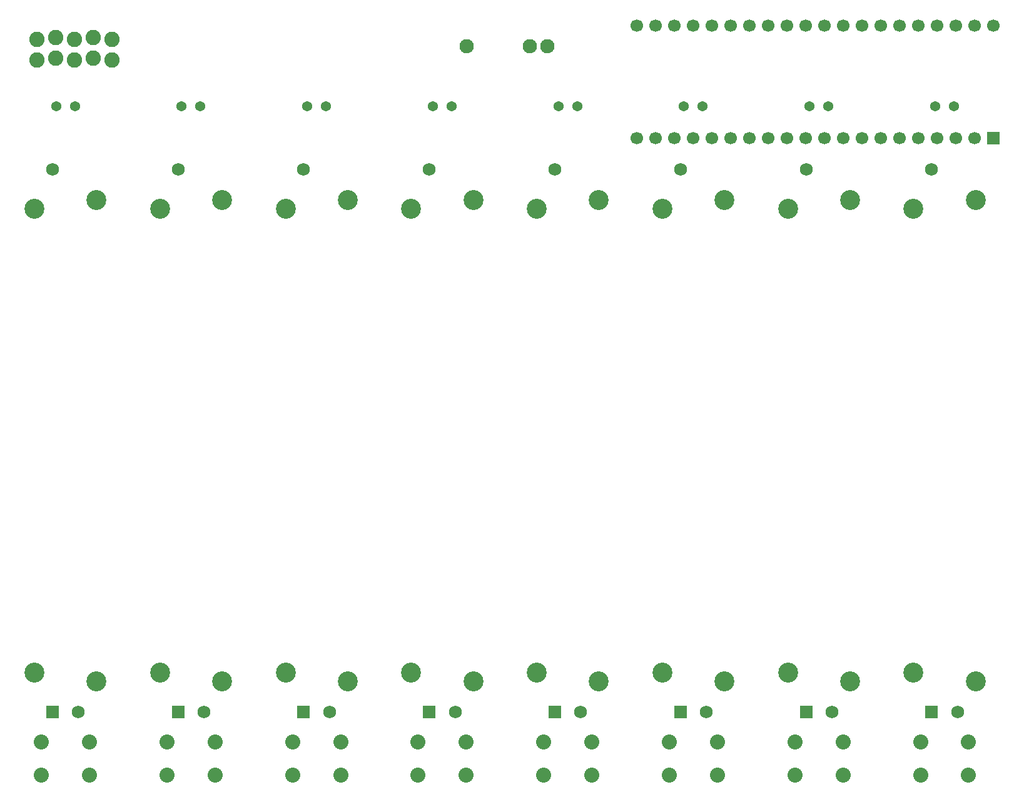
<source format=gbs>
%TF.GenerationSoftware,KiCad,Pcbnew,7.0.8*%
%TF.CreationDate,2024-02-25T18:23:33-05:00*%
%TF.ProjectId,lichen-freddie-board,6c696368-656e-42d6-9672-65646469652d,1.0*%
%TF.SameCoordinates,Original*%
%TF.FileFunction,Soldermask,Bot*%
%TF.FilePolarity,Negative*%
%FSLAX46Y46*%
G04 Gerber Fmt 4.6, Leading zero omitted, Abs format (unit mm)*
G04 Created by KiCad (PCBNEW 7.0.8) date 2024-02-25 18:23:33*
%MOMM*%
%LPD*%
G01*
G04 APERTURE LIST*
%ADD10R,1.750000X1.750000*%
%ADD11C,1.750000*%
%ADD12C,2.700000*%
%ADD13C,1.371600*%
%ADD14C,2.032000*%
%ADD15C,1.930400*%
%ADD16R,1.700000X1.700000*%
%ADD17C,1.700000*%
%ADD18C,2.082800*%
G04 APERTURE END LIST*
D10*
%TO.C,RV5*%
X177700000Y-206258000D03*
D11*
X181200000Y-206258000D03*
X177700000Y-132758000D03*
D12*
X183650000Y-202108000D03*
X175250000Y-200908000D03*
X175250000Y-138108000D03*
X183650000Y-136908000D03*
%TD*%
D10*
%TO.C,RV6*%
X194700000Y-206258000D03*
D11*
X198200000Y-206258000D03*
X194700000Y-132758000D03*
D12*
X200650000Y-202108000D03*
X192250000Y-200908000D03*
X192250000Y-138108000D03*
X200650000Y-136908000D03*
%TD*%
D13*
%TO.C,LED2*%
X127180000Y-124234000D03*
X129720000Y-124234000D03*
%TD*%
D14*
%TO.C,S4*%
X159198800Y-210316400D03*
X165701200Y-210316400D03*
X159198800Y-214837600D03*
X165701200Y-214837600D03*
%TD*%
%TO.C,S7*%
X210198800Y-210316400D03*
X216701200Y-210316400D03*
X210198800Y-214837600D03*
X216701200Y-214837600D03*
%TD*%
D10*
%TO.C,RV2*%
X126700000Y-206258000D03*
D11*
X130200000Y-206258000D03*
X126700000Y-132758000D03*
D12*
X132650000Y-202108000D03*
X124250000Y-200908000D03*
X124250000Y-138108000D03*
X132650000Y-136908000D03*
%TD*%
D10*
%TO.C,RV3*%
X143700000Y-206258000D03*
D11*
X147200000Y-206258000D03*
X143700000Y-132758000D03*
D12*
X149650000Y-202108000D03*
X141250000Y-200908000D03*
X141250000Y-138108000D03*
X149650000Y-136908000D03*
%TD*%
D14*
%TO.C,S1*%
X108198800Y-210316400D03*
X114701200Y-210316400D03*
X108198800Y-214837600D03*
X114701200Y-214837600D03*
%TD*%
%TO.C,S5*%
X176198800Y-210316400D03*
X182701200Y-210316400D03*
X176198800Y-214837600D03*
X182701200Y-214837600D03*
%TD*%
D10*
%TO.C,RV8*%
X228700000Y-206258000D03*
D11*
X232200000Y-206258000D03*
X228700000Y-132758000D03*
D12*
X234650000Y-202108000D03*
X226250000Y-200908000D03*
X226250000Y-138108000D03*
X234650000Y-136908000D03*
%TD*%
D13*
%TO.C,LED8*%
X229180000Y-124234000D03*
X231720000Y-124234000D03*
%TD*%
%TO.C,LED6*%
X195180000Y-124234000D03*
X197720000Y-124234000D03*
%TD*%
D14*
%TO.C,S6*%
X193198800Y-210316400D03*
X199701200Y-210316400D03*
X193198800Y-214837600D03*
X199701200Y-214837600D03*
%TD*%
%TO.C,S3*%
X142198800Y-210316400D03*
X148701200Y-210316400D03*
X142198800Y-214837600D03*
X148701200Y-214837600D03*
%TD*%
D10*
%TO.C,RV1*%
X109700000Y-206258000D03*
D11*
X113200000Y-206258000D03*
X109700000Y-132758000D03*
D12*
X115650000Y-202108000D03*
X107250000Y-200908000D03*
X107250000Y-138108000D03*
X115650000Y-136908000D03*
%TD*%
D13*
%TO.C,LED1*%
X110180000Y-124234000D03*
X112720000Y-124234000D03*
%TD*%
%TO.C,LED4*%
X161180000Y-124234000D03*
X163720000Y-124234000D03*
%TD*%
%TO.C,LED7*%
X212180000Y-124234000D03*
X214720000Y-124234000D03*
%TD*%
D15*
%TO.C,J1*%
X165743000Y-116108000D03*
X176715800Y-116108000D03*
X174302800Y-116108000D03*
%TD*%
D10*
%TO.C,RV4*%
X160700000Y-206258000D03*
D11*
X164200000Y-206258000D03*
X160700000Y-132758000D03*
D12*
X166650000Y-202108000D03*
X158250000Y-200908000D03*
X158250000Y-138108000D03*
X166650000Y-136908000D03*
%TD*%
D13*
%TO.C,LED3*%
X144180000Y-124234000D03*
X146720000Y-124234000D03*
%TD*%
D10*
%TO.C,RV7*%
X211700000Y-206258000D03*
D11*
X215200000Y-206258000D03*
X211700000Y-132758000D03*
D12*
X217650000Y-202108000D03*
X209250000Y-200908000D03*
X209250000Y-138108000D03*
X217650000Y-136908000D03*
%TD*%
D14*
%TO.C,S8*%
X227198800Y-210316400D03*
X233701200Y-210316400D03*
X227198800Y-214837600D03*
X233701200Y-214837600D03*
%TD*%
D13*
%TO.C,LED5*%
X178180000Y-124234000D03*
X180720000Y-124234000D03*
%TD*%
D14*
%TO.C,S2*%
X125198800Y-210316400D03*
X131701200Y-210316400D03*
X125198800Y-214837600D03*
X131701200Y-214837600D03*
%TD*%
D16*
%TO.C,A1*%
X237040000Y-128510000D03*
D17*
X234500000Y-128510000D03*
X231960000Y-128510000D03*
X229420000Y-128510000D03*
X226880000Y-128510000D03*
X224340000Y-128510000D03*
X221800000Y-128510000D03*
X219260000Y-128510000D03*
X216720000Y-128510000D03*
X214180000Y-128510000D03*
X211640000Y-128510000D03*
X209100000Y-128510000D03*
X206560000Y-128510000D03*
X204020000Y-128510000D03*
X201480000Y-128510000D03*
X198940000Y-128510000D03*
X196400000Y-128510000D03*
X193860000Y-128510000D03*
X191320000Y-128510000D03*
X188780000Y-128510000D03*
X188780000Y-113270000D03*
X191320000Y-113270000D03*
X193860000Y-113270000D03*
X196400000Y-113270000D03*
X198940000Y-113270000D03*
X201480000Y-113270000D03*
X204020000Y-113270000D03*
X206560000Y-113270000D03*
X209100000Y-113270000D03*
X211640000Y-113270000D03*
X214180000Y-113270000D03*
X216720000Y-113270000D03*
X219260000Y-113270000D03*
X221800000Y-113270000D03*
X224340000Y-113270000D03*
X226880000Y-113270000D03*
X229420000Y-113270000D03*
X231960000Y-113270000D03*
X234500000Y-113270000D03*
X237040000Y-113270000D03*
%TD*%
D18*
%TO.C,J2*%
X117770000Y-117930000D03*
X117770000Y-115136000D03*
X115230000Y-117726800D03*
X115230000Y-114932800D03*
X112690000Y-117930000D03*
X112690000Y-115136000D03*
X110150000Y-117726800D03*
X110150000Y-114932800D03*
X107610000Y-117930000D03*
X107610000Y-115136000D03*
%TD*%
M02*

</source>
